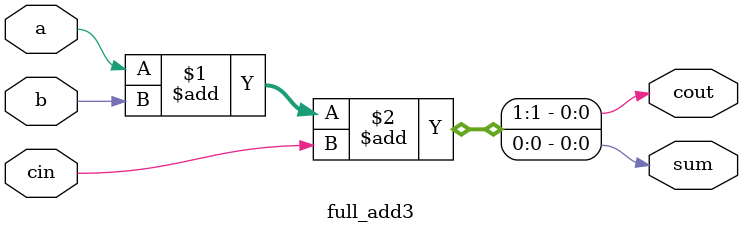
<source format=v>
module full_add3(a,b,cin,sum,cout);
input a,b,cin;
output sum,cout;
assign {cout,sum}=a+b+cin;
endmodule

</source>
